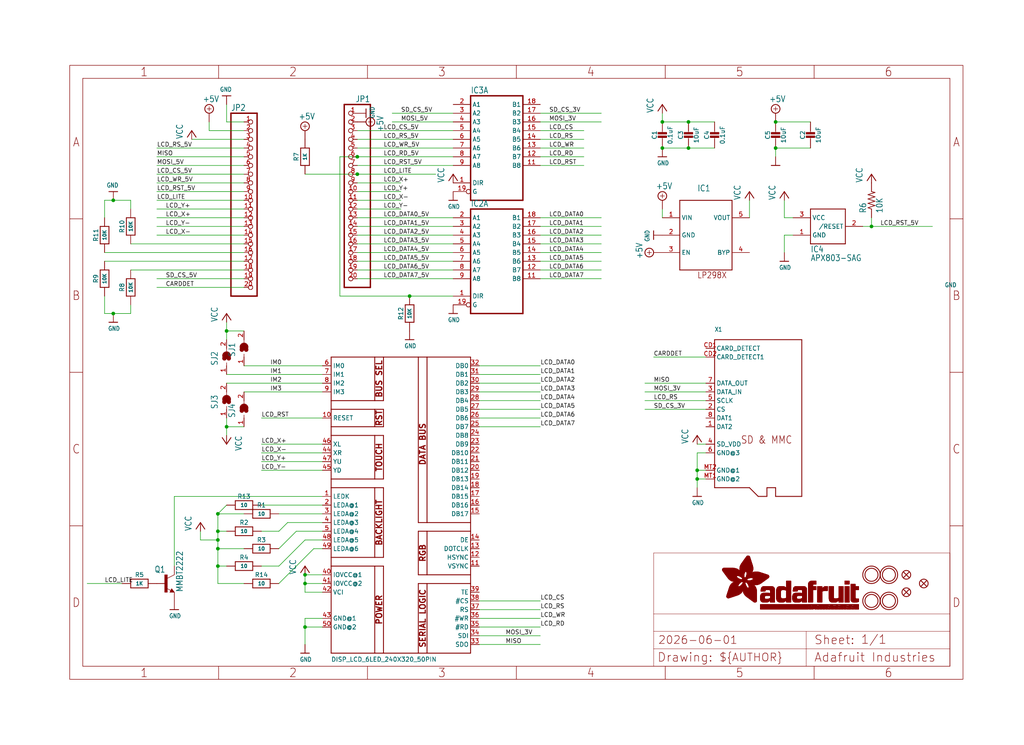
<source format=kicad_sch>
(kicad_sch (version 20230121) (generator eeschema)
  (paper "User" 298.45 217.322)
  (lib_symbols
    (symbol "working-eagle-import:+5V" (power)
      (property "Value" "+5V" (at -1.905 3.175 0))
      (symbol "+5V_1_0"
        (pin power_in line (at 0 -2.54 90) (length 2.54) (name "+5V") (number "1"))
      )
    )
    (symbol "working-eagle-import:-NPN-SOT23-BEC"
      (property "Reference" "T" (at -10.16 7.62 0))
      (symbol "-NPN-SOT23-BEC_1_0"
        (pin passive line (at -2.54 0 0) (length 2.54) (name "B") (number "B"))
        (pin passive line (at 2.54 5.08 270) (length 2.54) (name "C") (number "C"))
        (pin passive line (at 2.54 -5.08 90) (length 2.54) (name "E") (number "E"))
      )
    )
    (symbol "working-eagle-import:74245DW"
      (property "Reference" "IC" (at -0.635 -0.635 0))
      (symbol "74245DW_1_0"
        (pin input line (at -12.7 -10.16 0) (length 5.08) (name "DIR") (number "1"))
        (pin bidirectional line (at 12.7 -5.08 180) (length 5.08) (name "B8") (number "11"))
        (pin bidirectional line (at 12.7 -2.54 180) (length 5.08) (name "B7") (number "12"))
        (pin bidirectional line (at 12.7 0 180) (length 5.08) (name "B6") (number "13"))
        (pin bidirectional line (at 12.7 2.54 180) (length 5.08) (name "B5") (number "14"))
        (pin bidirectional line (at 12.7 5.08 180) (length 5.08) (name "B4") (number "15"))
        (pin bidirectional line (at 12.7 7.62 180) (length 5.08) (name "B3") (number "16"))
        (pin bidirectional line (at 12.7 10.16 180) (length 5.08) (name "B2") (number "17"))
        (pin bidirectional line (at 12.7 12.7 180) (length 5.08) (name "B1") (number "18"))
        (pin input inverted (at -12.7 -12.7 0) (length 5.08) (name "G") (number "19"))
        (pin bidirectional line (at -12.7 12.7 0) (length 5.08) (name "A1") (number "2"))
        (pin bidirectional line (at -12.7 10.16 0) (length 5.08) (name "A2") (number "3"))
        (pin bidirectional line (at -12.7 7.62 0) (length 5.08) (name "A3") (number "4"))
        (pin bidirectional line (at -12.7 5.08 0) (length 5.08) (name "A4") (number "5"))
        (pin bidirectional line (at -12.7 2.54 0) (length 5.08) (name "A5") (number "6"))
        (pin bidirectional line (at -12.7 0 0) (length 5.08) (name "A6") (number "7"))
        (pin bidirectional line (at -12.7 -2.54 0) (length 5.08) (name "A7") (number "8"))
        (pin bidirectional line (at -12.7 -5.08 0) (length 5.08) (name "A8") (number "9"))
      )
      (symbol "74245DW_2_0"
        (text "GND" (at 1.905 -5.842 900) (effects (font (size 1.27 1.0795)) (justify left bottom)))
        (text "VCC" (at 1.905 2.54 900) (effects (font (size 1.27 1.0795)) (justify left bottom)))
        (pin power_in line (at 0 -7.62 90) (length 5.08) (name "GND") (number "10"))
        (pin power_in line (at 0 7.62 270) (length 5.08) (name "VCC") (number "20"))
      )
    )
    (symbol "working-eagle-import:AXP083-SAG"
      (property "Reference" "IC" (at -5.08 -7.62 0))
      (symbol "AXP083-SAG_1_0"
        (pin power_in line (at -10.16 -2.54 0) (length 5.08) (name "GND") (number "1"))
        (pin output line (at 10.16 0 180) (length 5.08) (name "/RESET") (number "2"))
        (pin power_in line (at -10.16 2.54 0) (length 5.08) (name "VCC") (number "3"))
      )
    )
    (symbol "working-eagle-import:CAP_CERAMIC0805-NOOUTLINE"
      (property "Reference" "C" (at -2.29 1.25 90))
      (symbol "CAP_CERAMIC0805-NOOUTLINE_1_0"
        (pin passive line (at 0 5.08 270) (length 2.54) (name "1") (number "1"))
        (pin passive line (at 0 -2.54 90) (length 2.54) (name "2") (number "2"))
      )
    )
    (symbol "working-eagle-import:DISP_LCD_6LED_240X320_50PIN"
      (symbol "DISP_LCD_6LED_240X320_50PIN_1_0"
        (text "BACKLIGHT" (at -6.35 -7.62 900) (effects (font (size 1.6764 1.6764) (thickness 0.3353) bold)))
        (text "BUS SEL" (at -6.35 34.29 900) (effects (font (size 1.6764 1.6764) (thickness 0.3353) bold)))
        (text "DATA BUS" (at 6.35 15.24 900) (effects (font (size 1.6764 1.6764) (thickness 0.3353) bold)))
        (text "POWER" (at -6.35 -33.02 900) (effects (font (size 1.6764 1.6764) (thickness 0.3353) bold)))
        (text "RGB" (at 6.35 -16.51 900) (effects (font (size 1.6764 1.6764) (thickness 0.3353) bold)))
        (text "RST" (at -6.35 22.86 900) (effects (font (size 1.6764 1.6764) (thickness 0.3353) bold)))
        (text "SERIAL LOGIC" (at 6.35 -35.56 900) (effects (font (size 1.6764 1.6764) (thickness 0.3353) bold)))
        (text "TOUCH" (at -6.35 11.43 900) (effects (font (size 1.6764 1.6764) (thickness 0.3353) bold)))
        (pin bidirectional line (at -22.86 0 0) (length 2.54) (name "LEDK") (number "1"))
        (pin bidirectional line (at -22.86 22.86 0) (length 2.54) (name "RESET") (number "10"))
        (pin bidirectional line (at 22.86 -20.32 180) (length 2.54) (name "VSYNC") (number "11"))
        (pin bidirectional line (at 22.86 -17.78 180) (length 2.54) (name "HSYNC") (number "12"))
        (pin bidirectional line (at 22.86 -15.24 180) (length 2.54) (name "DOTCLK") (number "13"))
        (pin bidirectional line (at 22.86 -12.7 180) (length 2.54) (name "DE") (number "14"))
        (pin bidirectional line (at 22.86 -5.08 180) (length 2.54) (name "DB17") (number "15"))
        (pin bidirectional line (at 22.86 -2.54 180) (length 2.54) (name "DB16") (number "16"))
        (pin bidirectional line (at 22.86 0 180) (length 2.54) (name "DB15") (number "17"))
        (pin bidirectional line (at 22.86 2.54 180) (length 2.54) (name "DB14") (number "18"))
        (pin bidirectional line (at 22.86 5.08 180) (length 2.54) (name "DB13") (number "19"))
        (pin bidirectional line (at -22.86 -2.54 0) (length 2.54) (name "LEDA@1") (number "2"))
        (pin bidirectional line (at 22.86 7.62 180) (length 2.54) (name "DB12") (number "20"))
        (pin bidirectional line (at 22.86 10.16 180) (length 2.54) (name "DB11") (number "21"))
        (pin bidirectional line (at 22.86 12.7 180) (length 2.54) (name "DB10") (number "22"))
        (pin bidirectional line (at 22.86 15.24 180) (length 2.54) (name "DB9") (number "23"))
        (pin bidirectional line (at 22.86 17.78 180) (length 2.54) (name "DB8") (number "24"))
        (pin bidirectional line (at 22.86 20.32 180) (length 2.54) (name "DB7") (number "25"))
        (pin bidirectional line (at 22.86 22.86 180) (length 2.54) (name "DB6") (number "26"))
        (pin bidirectional line (at 22.86 25.4 180) (length 2.54) (name "DB5") (number "27"))
        (pin bidirectional line (at 22.86 27.94 180) (length 2.54) (name "DB4") (number "28"))
        (pin bidirectional line (at 22.86 30.48 180) (length 2.54) (name "DB3") (number "29"))
        (pin bidirectional line (at -22.86 -5.08 0) (length 2.54) (name "LEDA@2") (number "3"))
        (pin bidirectional line (at 22.86 33.02 180) (length 2.54) (name "DB2") (number "30"))
        (pin bidirectional line (at 22.86 35.56 180) (length 2.54) (name "DB1") (number "31"))
        (pin bidirectional line (at 22.86 38.1 180) (length 2.54) (name "DB0") (number "32"))
        (pin bidirectional line (at 22.86 -43.18 180) (length 2.54) (name "SDO") (number "33"))
        (pin bidirectional line (at 22.86 -40.64 180) (length 2.54) (name "SDI") (number "34"))
        (pin bidirectional line (at 22.86 -38.1 180) (length 2.54) (name "#RD") (number "35"))
        (pin bidirectional line (at 22.86 -35.56 180) (length 2.54) (name "#WR") (number "36"))
        (pin bidirectional line (at 22.86 -33.02 180) (length 2.54) (name "RS") (number "37"))
        (pin bidirectional line (at 22.86 -30.48 180) (length 2.54) (name "#CS") (number "38"))
        (pin bidirectional line (at 22.86 -27.94 180) (length 2.54) (name "TE") (number "39"))
        (pin bidirectional line (at -22.86 -7.62 0) (length 2.54) (name "LEDA@3") (number "4"))
        (pin bidirectional line (at -22.86 -22.86 0) (length 2.54) (name "IOVCC@1") (number "40"))
        (pin bidirectional line (at -22.86 -25.4 0) (length 2.54) (name "IOVCC@2") (number "41"))
        (pin bidirectional line (at -22.86 -27.94 0) (length 2.54) (name "VCI") (number "42"))
        (pin bidirectional line (at -22.86 -35.56 0) (length 2.54) (name "GND@1") (number "43"))
        (pin bidirectional line (at -22.86 12.7 0) (length 2.54) (name "XR") (number "44"))
        (pin bidirectional line (at -22.86 7.62 0) (length 2.54) (name "YD") (number "45"))
        (pin bidirectional line (at -22.86 15.24 0) (length 2.54) (name "XL") (number "46"))
        (pin bidirectional line (at -22.86 10.16 0) (length 2.54) (name "YU") (number "47"))
        (pin bidirectional line (at -22.86 -12.7 0) (length 2.54) (name "LEDA@5") (number "48"))
        (pin bidirectional line (at -22.86 -15.24 0) (length 2.54) (name "LEDA@6") (number "49"))
        (pin bidirectional line (at -22.86 -10.16 0) (length 2.54) (name "LEDA@4") (number "5"))
        (pin bidirectional line (at -22.86 -38.1 0) (length 2.54) (name "GND@2") (number "50"))
        (pin bidirectional line (at -22.86 38.1 0) (length 2.54) (name "IM0") (number "6"))
        (pin bidirectional line (at -22.86 35.56 0) (length 2.54) (name "IM1") (number "7"))
        (pin bidirectional line (at -22.86 33.02 0) (length 2.54) (name "IM2") (number "8"))
        (pin bidirectional line (at -22.86 30.48 0) (length 2.54) (name "IM3") (number "9"))
      )
    )
    (symbol "working-eagle-import:FIDUCIAL{dblquote}{dblquote}")
    (symbol "working-eagle-import:FRAME_A4_ADAFRUIT"
      (symbol "FRAME_A4_ADAFRUIT_1_0"
        (text "${#}/${##}" (at 230.505 10.16 0) (effects (font (size 2.54 2.54)) (justify left bottom)))
        (text "${AUTHOR}" (at 189.23 5.08 0) (effects (font (size 2.286 2.286)) (justify left bottom)))
        (text "${CURRENT_DATE}" (at 171.45 10.16 0) (effects (font (size 2.286 2.286)) (justify left bottom)))
        (text "${PROJECTNAME}" (at 171.45 15.24 0) (effects (font (size 2.54 2.54)) (justify left bottom)))
        (text "1" (at 21.6958 1.905 0) (effects (font (size 2.54 2.286))))
        (text "1" (at 21.6958 177.165 0) (effects (font (size 2.54 2.286))))
        (text "2" (at 65.0875 1.905 0) (effects (font (size 2.54 2.286))))
        (text "2" (at 65.0875 177.165 0) (effects (font (size 2.54 2.286))))
        (text "3" (at 108.4792 1.905 0) (effects (font (size 2.54 2.286))))
        (text "3" (at 108.4792 177.165 0) (effects (font (size 2.54 2.286))))
        (text "4" (at 151.8708 1.905 0) (effects (font (size 2.54 2.286))))
        (text "4" (at 151.8708 177.165 0) (effects (font (size 2.54 2.286))))
        (text "5" (at 195.2625 1.905 0) (effects (font (size 2.54 2.286))))
        (text "5" (at 195.2625 177.165 0) (effects (font (size 2.54 2.286))))
        (text "6" (at 238.6542 1.905 0) (effects (font (size 2.54 2.286))))
        (text "6" (at 238.6542 177.165 0) (effects (font (size 2.54 2.286))))
        (text "A" (at 1.905 156.6863 0) (effects (font (size 2.54 2.286))))
        (text "A" (at 258.445 156.6863 0) (effects (font (size 2.54 2.286))))
        (text "Adafruit Industries" (at 216.916 4.953 0) (effects (font (size 2.54 2.54)) (justify left bottom)))
        (text "B" (at 1.905 111.9188 0) (effects (font (size 2.54 2.286))))
        (text "B" (at 258.445 111.9188 0) (effects (font (size 2.54 2.286))))
        (text "C" (at 1.905 67.1513 0) (effects (font (size 2.54 2.286))))
        (text "C" (at 258.445 67.1513 0) (effects (font (size 2.54 2.286))))
        (text "D" (at 1.905 22.3838 0) (effects (font (size 2.54 2.286))))
        (text "D" (at 258.445 22.3838 0) (effects (font (size 2.54 2.286))))
        (text "Drawing:" (at 171.196 4.953 0) (effects (font (size 2.54 2.54)) (justify left bottom)))
        (text "Sheet:" (at 216.916 10.033 0) (effects (font (size 2.54 2.54)) (justify left bottom)))
      )
    )
    (symbol "working-eagle-import:GND" (power)
      (property "Value" "GND" (at -1.524 -2.54 0))
      (symbol "GND_1_0"
        (pin power_in line (at 0 2.54 270) (length 2.54) (name "GND") (number "1"))
      )
    )
    (symbol "working-eagle-import:HEADER-1X20ROUND"
      (property "Reference" "JP" (at -6.35 26.035 0))
      (symbol "HEADER-1X20ROUND_1_0"
        (pin passive inverted (at -2.54 22.86 0) (length 2.54) (name "1") (number "1"))
        (pin passive inverted (at -2.54 0 0) (length 2.54) (name "10") (number "10"))
        (pin passive inverted (at -2.54 -2.54 0) (length 2.54) (name "11") (number "11"))
        (pin passive inverted (at -2.54 -5.08 0) (length 2.54) (name "12") (number "12"))
        (pin passive inverted (at -2.54 -7.62 0) (length 2.54) (name "13") (number "13"))
        (pin passive inverted (at -2.54 -10.16 0) (length 2.54) (name "14") (number "14"))
        (pin passive inverted (at -2.54 -12.7 0) (length 2.54) (name "15") (number "15"))
        (pin passive inverted (at -2.54 -15.24 0) (length 2.54) (name "16") (number "16"))
        (pin passive inverted (at -2.54 -17.78 0) (length 2.54) (name "17") (number "17"))
        (pin passive inverted (at -2.54 -20.32 0) (length 2.54) (name "18") (number "18"))
        (pin passive inverted (at -2.54 -22.86 0) (length 2.54) (name "19") (number "19"))
        (pin passive inverted (at -2.54 20.32 0) (length 2.54) (name "2") (number "2"))
        (pin passive inverted (at -2.54 -25.4 0) (length 2.54) (name "20") (number "20"))
        (pin passive inverted (at -2.54 17.78 0) (length 2.54) (name "3") (number "3"))
        (pin passive inverted (at -2.54 15.24 0) (length 2.54) (name "4") (number "4"))
        (pin passive inverted (at -2.54 12.7 0) (length 2.54) (name "5") (number "5"))
        (pin passive inverted (at -2.54 10.16 0) (length 2.54) (name "6") (number "6"))
        (pin passive inverted (at -2.54 7.62 0) (length 2.54) (name "7") (number "7"))
        (pin passive inverted (at -2.54 5.08 0) (length 2.54) (name "8") (number "8"))
        (pin passive inverted (at -2.54 2.54 0) (length 2.54) (name "9") (number "9"))
      )
    )
    (symbol "working-eagle-import:LP298XS"
      (property "Reference" "IC" (at -12.7 -5.08 90))
      (symbol "LP298XS_1_0"
        (text "LP298X" (at 12.7 -5.08 900) (effects (font (size 1.778 1.5113)) (justify left bottom)))
        (pin bidirectional line (at -5.08 -15.24 90) (length 5.08) (name "VIN") (number "1"))
        (pin bidirectional line (at 0 -15.24 90) (length 5.08) (name "GND") (number "2"))
        (pin bidirectional line (at 5.08 -15.24 90) (length 5.08) (name "EN") (number "3"))
        (pin bidirectional line (at 5.08 10.16 270) (length 5.08) (name "BYP") (number "4"))
        (pin bidirectional line (at -5.08 10.16 270) (length 5.08) (name "VOUT") (number "5"))
      )
    )
    (symbol "working-eagle-import:MICROSD"
      (property "Reference" "X" (at -12.7 22.606 0))
      (symbol "MICROSD_1_0"
        (text "SD & MMC" (at -5.08 -10.16 0) (effects (font (size 2.1844 1.8567)) (justify left bottom)))
        (pin bidirectional line (at -15.24 -5.08 0) (length 2.54) (name "DAT2") (number "1"))
        (pin input line (at -15.24 0 0) (length 2.54) (name "CS") (number "2"))
        (pin input line (at -15.24 5.08 0) (length 2.54) (name "DATA_IN") (number "3"))
        (pin power_in line (at -15.24 -10.16 0) (length 2.54) (name "SD_VDD") (number "4"))
        (pin input line (at -15.24 2.54 0) (length 2.54) (name "SCLK") (number "5"))
        (pin power_in line (at -15.24 -12.7 0) (length 2.54) (name "GND@3") (number "6"))
        (pin output line (at -15.24 7.62 0) (length 2.54) (name "DATA_OUT") (number "7"))
        (pin bidirectional line (at -15.24 -2.54 0) (length 2.54) (name "DAT1") (number "8"))
        (pin passive line (at -15.24 17.78 0) (length 2.54) (name "CARD_DETECT") (number "CD1"))
        (pin passive line (at -15.24 15.24 0) (length 2.54) (name "CARD_DETECT1") (number "CD2"))
        (pin power_in line (at -15.24 -20.32 0) (length 2.54) (name "GND@2") (number "MT1"))
        (pin power_in line (at -15.24 -17.78 0) (length 2.54) (name "GND@1") (number "MT2"))
      )
    )
    (symbol "working-eagle-import:MOUNTINGHOLE3.0THIN")
    (symbol "working-eagle-import:R-US_R0805"
      (property "Reference" "R" (at -3.81 1.4986 0))
      (symbol "R-US_R0805_1_0"
        (pin passive line (at -5.08 0 0) (length 2.54) (name "1") (number "1"))
        (pin passive line (at 5.08 0 180) (length 2.54) (name "2") (number "2"))
      )
    )
    (symbol "working-eagle-import:RESISTOR0805_NOOUTLINE"
      (property "Reference" "R" (at 0 2.54 0))
      (symbol "RESISTOR0805_NOOUTLINE_1_0"
        (pin passive line (at -5.08 0 0) (length 2.54) (name "1") (number "1"))
        (pin passive line (at 5.08 0 180) (length 2.54) (name "2") (number "2"))
      )
    )
    (symbol "working-eagle-import:SOLDERJUMPER"
      (property "Reference" "SJ" (at -2.54 2.54 0))
      (symbol "SOLDERJUMPER_1_0"
        (pin passive line (at -5.08 0 0) (length 2.54) (name "1") (number "1"))
        (pin passive line (at 5.08 0 180) (length 2.54) (name "2") (number "2"))
      )
    )
    (symbol "working-eagle-import:VCC" (power)
      (property "Value" "VCC" (at -2.54 -2.54 90))
      (symbol "VCC_1_0"
        (pin power_in line (at 0 -2.54 90) (length 2.54) (name "VCC") (number "1"))
      )
    )
  )
  (junction (at 254 66.04))
  (junction (at 226.06 35.56))
  (junction (at 88.9 167.64))
  (junction (at 203.2 137.16))
  (junction (at 66.04 96.52))
  (junction (at 88.9 170.18))
  (junction (at 200.66 35.56))
  (junction (at 119.38 86.36))
  (junction (at 63.5 165.1))
  (junction (at 193.04 35.56))
  (junction (at 193.04 43.18))
  (junction (at 88.9 182.88))
  (junction (at 63.5 149.86))
  (junction (at 66.04 124.46))
  (junction (at 203.2 139.7))
  (junction (at 200.66 43.18))
  (junction (at 63.5 160.02))
  (junction (at 104.14 50.8))
  (junction (at 226.06 43.18))
  (junction (at 63.5 157.48))
  (junction (at 104.14 45.72))
  (junction (at 63.5 154.94))
  (junction (at 33.02 58.42))
  (junction (at 33.02 91.44))
  (wire (pts (xy 157.48 45.72) (xy 170.18 45.72)) (stroke (width 0.1524)))
  (wire (pts (xy 55.88 40.64) (xy 71.12 40.64)) (stroke (width 0.1524)))
  (wire (pts (xy 104.14 60.96) (xy 116.84 60.96)) (stroke (width 0.1524)))
  (wire (pts (xy 81.28 149.86) (xy 93.98 149.86)) (stroke (width 0.1524)))
  (wire (pts (xy 104.14 38.1) (xy 132.08 38.1)) (stroke (width 0.1524)))
  (wire (pts (xy 93.98 172.72) (xy 88.9 172.72)) (stroke (width 0.1524)))
  (wire (pts (xy 76.2 154.94) (xy 81.28 154.94)) (stroke (width 0.1524)))
  (wire (pts (xy 208.28 43.18) (xy 200.66 43.18)) (stroke (width 0.1524)))
  (wire (pts (xy 132.08 63.5) (xy 104.14 63.5)) (stroke (width 0.1524)))
  (wire (pts (xy 104.14 40.64) (xy 132.08 40.64)) (stroke (width 0.1524)))
  (wire (pts (xy 71.12 78.74) (xy 38.1 78.74)) (stroke (width 0.1524)))
  (wire (pts (xy 66.04 124.46) (xy 66.04 121.92)) (stroke (width 0.1524)))
  (wire (pts (xy 38.1 91.44) (xy 38.1 88.9)) (stroke (width 0.1524)))
  (wire (pts (xy 205.74 132.08) (xy 203.2 132.08)) (stroke (width 0.1524)))
  (wire (pts (xy 139.7 121.92) (xy 157.48 121.92)) (stroke (width 0.1524)))
  (wire (pts (xy 114.3 33.02) (xy 132.08 33.02)) (stroke (width 0.1524)))
  (wire (pts (xy 66.04 165.1) (xy 63.5 165.1)) (stroke (width 0.1524)))
  (wire (pts (xy 139.7 182.88) (xy 157.48 182.88)) (stroke (width 0.1524)))
  (wire (pts (xy 205.74 129.54) (xy 203.2 129.54)) (stroke (width 0.1524)))
  (wire (pts (xy 226.06 43.18) (xy 236.22 43.18)) (stroke (width 0.1524)))
  (wire (pts (xy 157.48 33.02) (xy 175.26 33.02)) (stroke (width 0.1524)))
  (wire (pts (xy 66.04 93.98) (xy 66.04 96.52)) (stroke (width 0.1524)))
  (wire (pts (xy 63.5 154.94) (xy 63.5 149.86)) (stroke (width 0.1524)))
  (wire (pts (xy 63.5 170.18) (xy 71.12 170.18)) (stroke (width 0.1524)))
  (wire (pts (xy 88.9 167.64) (xy 88.9 170.18)) (stroke (width 0.1524)))
  (wire (pts (xy 205.74 116.84) (xy 187.96 116.84)) (stroke (width 0.1524)))
  (wire (pts (xy 132.08 68.58) (xy 104.14 68.58)) (stroke (width 0.1524)))
  (wire (pts (xy 63.5 157.48) (xy 63.5 154.94)) (stroke (width 0.1524)))
  (wire (pts (xy 66.04 96.52) (xy 71.12 96.52)) (stroke (width 0.1524)))
  (wire (pts (xy 86.36 154.94) (xy 93.98 154.94)) (stroke (width 0.1524)))
  (wire (pts (xy 63.5 149.86) (xy 71.12 149.86)) (stroke (width 0.1524)))
  (wire (pts (xy 66.04 147.32) (xy 63.5 149.86)) (stroke (width 0.1524)))
  (wire (pts (xy 50.8 144.78) (xy 93.98 144.78)) (stroke (width 0.1524)))
  (wire (pts (xy 81.28 160.02) (xy 86.36 154.94)) (stroke (width 0.1524)))
  (wire (pts (xy 157.48 48.26) (xy 170.18 48.26)) (stroke (width 0.1524)))
  (wire (pts (xy 203.2 132.08) (xy 203.2 137.16)) (stroke (width 0.1524)))
  (wire (pts (xy 254 63.5) (xy 254 66.04)) (stroke (width 0.1524)))
  (wire (pts (xy 93.98 129.54) (xy 76.2 129.54)) (stroke (width 0.1524)))
  (wire (pts (xy 71.12 66.04) (xy 45.72 66.04)) (stroke (width 0.1524)))
  (wire (pts (xy 38.1 58.42) (xy 33.02 58.42)) (stroke (width 0.1524)))
  (wire (pts (xy 187.96 111.76) (xy 205.74 111.76)) (stroke (width 0.1524)))
  (wire (pts (xy 175.26 63.5) (xy 157.48 63.5)) (stroke (width 0.1524)))
  (wire (pts (xy 99.06 86.36) (xy 99.06 45.72)) (stroke (width 0.1524)))
  (wire (pts (xy 193.04 33.02) (xy 193.04 35.56)) (stroke (width 0.1524)))
  (wire (pts (xy 228.6 73.66) (xy 228.6 68.58)) (stroke (width 0.1524)))
  (wire (pts (xy 93.98 134.62) (xy 76.2 134.62)) (stroke (width 0.1524)))
  (wire (pts (xy 71.12 63.5) (xy 45.72 63.5)) (stroke (width 0.1524)))
  (wire (pts (xy 132.08 76.2) (xy 104.14 76.2)) (stroke (width 0.1524)))
  (wire (pts (xy 139.7 124.46) (xy 157.48 124.46)) (stroke (width 0.1524)))
  (wire (pts (xy 81.28 154.94) (xy 83.82 152.4)) (stroke (width 0.1524)))
  (wire (pts (xy 205.74 139.7) (xy 203.2 139.7)) (stroke (width 0.1524)))
  (wire (pts (xy 200.66 35.56) (xy 193.04 35.56)) (stroke (width 0.1524)))
  (wire (pts (xy 157.48 40.64) (xy 170.18 40.64)) (stroke (width 0.1524)))
  (wire (pts (xy 88.9 182.88) (xy 88.9 187.96)) (stroke (width 0.1524)))
  (wire (pts (xy 88.9 180.34) (xy 88.9 182.88)) (stroke (width 0.1524)))
  (wire (pts (xy 38.1 71.12) (xy 71.12 71.12)) (stroke (width 0.1524)))
  (wire (pts (xy 71.12 83.82) (xy 45.72 83.82)) (stroke (width 0.1524)))
  (wire (pts (xy 104.14 50.8) (xy 127 50.8)) (stroke (width 0.1524)))
  (wire (pts (xy 193.04 43.18) (xy 200.66 43.18)) (stroke (width 0.1524)))
  (wire (pts (xy 93.98 137.16) (xy 76.2 137.16)) (stroke (width 0.1524)))
  (wire (pts (xy 139.7 177.8) (xy 157.48 177.8)) (stroke (width 0.1524)))
  (wire (pts (xy 104.14 45.72) (xy 99.06 45.72)) (stroke (width 0.1524)))
  (wire (pts (xy 205.74 114.3) (xy 187.96 114.3)) (stroke (width 0.1524)))
  (wire (pts (xy 63.5 165.1) (xy 63.5 170.18)) (stroke (width 0.1524)))
  (wire (pts (xy 76.2 165.1) (xy 81.28 165.1)) (stroke (width 0.1524)))
  (wire (pts (xy 104.14 53.34) (xy 116.84 53.34)) (stroke (width 0.1524)))
  (wire (pts (xy 93.98 167.64) (xy 88.9 167.64)) (stroke (width 0.1524)))
  (wire (pts (xy 81.28 165.1) (xy 88.9 157.48)) (stroke (width 0.1524)))
  (wire (pts (xy 200.66 35.56) (xy 208.28 35.56)) (stroke (width 0.1524)))
  (wire (pts (xy 45.72 43.18) (xy 71.12 43.18)) (stroke (width 0.1524)))
  (wire (pts (xy 203.2 139.7) (xy 203.2 137.16)) (stroke (width 0.1524)))
  (wire (pts (xy 218.44 58.42) (xy 218.44 63.5)) (stroke (width 0.1524)))
  (wire (pts (xy 231.14 63.5) (xy 228.6 63.5)) (stroke (width 0.1524)))
  (wire (pts (xy 71.12 60.96) (xy 45.72 60.96)) (stroke (width 0.1524)))
  (wire (pts (xy 175.26 66.04) (xy 157.48 66.04)) (stroke (width 0.1524)))
  (wire (pts (xy 132.08 71.12) (xy 104.14 71.12)) (stroke (width 0.1524)))
  (wire (pts (xy 139.7 187.96) (xy 157.48 187.96)) (stroke (width 0.1524)))
  (wire (pts (xy 66.04 35.56) (xy 66.04 30.48)) (stroke (width 0.1524)))
  (wire (pts (xy 71.12 58.42) (xy 45.72 58.42)) (stroke (width 0.1524)))
  (wire (pts (xy 45.72 45.72) (xy 71.12 45.72)) (stroke (width 0.1524)))
  (wire (pts (xy 93.98 114.3) (xy 71.12 114.3)) (stroke (width 0.1524)))
  (wire (pts (xy 226.06 45.72) (xy 226.06 43.18)) (stroke (width 0.1524)))
  (wire (pts (xy 76.2 121.92) (xy 93.98 121.92)) (stroke (width 0.1524)))
  (wire (pts (xy 71.12 35.56) (xy 66.04 35.56)) (stroke (width 0.1524)))
  (wire (pts (xy 139.7 114.3) (xy 157.48 114.3)) (stroke (width 0.1524)))
  (wire (pts (xy 139.7 116.84) (xy 157.48 116.84)) (stroke (width 0.1524)))
  (wire (pts (xy 71.12 124.46) (xy 66.04 124.46)) (stroke (width 0.1524)))
  (wire (pts (xy 30.48 86.36) (xy 30.48 91.44)) (stroke (width 0.1524)))
  (wire (pts (xy 139.7 119.38) (xy 157.48 119.38)) (stroke (width 0.1524)))
  (wire (pts (xy 132.08 78.74) (xy 104.14 78.74)) (stroke (width 0.1524)))
  (wire (pts (xy 175.26 81.28) (xy 157.48 81.28)) (stroke (width 0.1524)))
  (wire (pts (xy 88.9 170.18) (xy 93.98 170.18)) (stroke (width 0.1524)))
  (wire (pts (xy 226.06 35.56) (xy 236.22 35.56)) (stroke (width 0.1524)))
  (wire (pts (xy 63.5 165.1) (xy 63.5 160.02)) (stroke (width 0.1524)))
  (wire (pts (xy 30.48 73.66) (xy 71.12 73.66)) (stroke (width 0.1524)))
  (wire (pts (xy 88.9 157.48) (xy 93.98 157.48)) (stroke (width 0.1524)))
  (wire (pts (xy 132.08 66.04) (xy 104.14 66.04)) (stroke (width 0.1524)))
  (wire (pts (xy 33.02 58.42) (xy 30.48 58.42)) (stroke (width 0.1524)))
  (wire (pts (xy 187.96 119.38) (xy 205.74 119.38)) (stroke (width 0.1524)))
  (wire (pts (xy 104.14 58.42) (xy 116.84 58.42)) (stroke (width 0.1524)))
  (wire (pts (xy 93.98 182.88) (xy 88.9 182.88)) (stroke (width 0.1524)))
  (wire (pts (xy 66.04 154.94) (xy 63.5 154.94)) (stroke (width 0.1524)))
  (wire (pts (xy 139.7 111.76) (xy 157.48 111.76)) (stroke (width 0.1524)))
  (wire (pts (xy 132.08 35.56) (xy 114.3 35.56)) (stroke (width 0.1524)))
  (wire (pts (xy 104.14 50.8) (xy 88.9 50.8)) (stroke (width 0.1524)))
  (wire (pts (xy 193.04 60.96) (xy 193.04 63.5)) (stroke (width 0.1524)))
  (wire (pts (xy 251.46 66.04) (xy 254 66.04)) (stroke (width 0.1524)))
  (wire (pts (xy 139.7 106.68) (xy 157.48 106.68)) (stroke (width 0.1524)))
  (wire (pts (xy 81.28 170.18) (xy 91.44 160.02)) (stroke (width 0.1524)))
  (wire (pts (xy 71.12 48.26) (xy 45.72 48.26)) (stroke (width 0.1524)))
  (wire (pts (xy 58.42 157.48) (xy 63.5 157.48)) (stroke (width 0.1524)))
  (wire (pts (xy 175.26 71.12) (xy 157.48 71.12)) (stroke (width 0.1524)))
  (wire (pts (xy 175.26 73.66) (xy 157.48 73.66)) (stroke (width 0.1524)))
  (wire (pts (xy 175.26 76.2) (xy 157.48 76.2)) (stroke (width 0.1524)))
  (wire (pts (xy 45.72 53.34) (xy 71.12 53.34)) (stroke (width 0.1524)))
  (wire (pts (xy 83.82 152.4) (xy 93.98 152.4)) (stroke (width 0.1524)))
  (wire (pts (xy 45.72 50.8) (xy 71.12 50.8)) (stroke (width 0.1524)))
  (wire (pts (xy 33.02 91.44) (xy 38.1 91.44)) (stroke (width 0.1524)))
  (wire (pts (xy 175.26 78.74) (xy 157.48 78.74)) (stroke (width 0.1524)))
  (wire (pts (xy 119.38 86.36) (xy 99.06 86.36)) (stroke (width 0.1524)))
  (wire (pts (xy 30.48 58.42) (xy 30.48 63.5)) (stroke (width 0.1524)))
  (wire (pts (xy 104.14 43.18) (xy 132.08 43.18)) (stroke (width 0.1524)))
  (wire (pts (xy 132.08 73.66) (xy 104.14 73.66)) (stroke (width 0.1524)))
  (wire (pts (xy 203.2 137.16) (xy 205.74 137.16)) (stroke (width 0.1524)))
  (wire (pts (xy 71.12 68.58) (xy 45.72 68.58)) (stroke (width 0.1524)))
  (wire (pts (xy 66.04 127) (xy 66.04 124.46)) (stroke (width 0.1524)))
  (wire (pts (xy 35.56 170.18) (xy 25.4 170.18)) (stroke (width 0.1524)))
  (wire (pts (xy 228.6 63.5) (xy 228.6 58.42)) (stroke (width 0.1524)))
  (wire (pts (xy 66.04 99.06) (xy 66.04 96.52)) (stroke (width 0.1524)))
  (wire (pts (xy 104.14 48.26) (xy 132.08 48.26)) (stroke (width 0.1524)))
  (wire (pts (xy 93.98 111.76) (xy 66.04 111.76)) (stroke (width 0.1524)))
  (wire (pts (xy 30.48 76.2) (xy 71.12 76.2)) (stroke (width 0.1524)))
  (wire (pts (xy 60.96 38.1) (xy 60.96 35.56)) (stroke (width 0.1524)))
  (wire (pts (xy 30.48 91.44) (xy 33.02 91.44)) (stroke (width 0.1524)))
  (wire (pts (xy 71.12 38.1) (xy 60.96 38.1)) (stroke (width 0.1524)))
  (wire (pts (xy 91.44 160.02) (xy 93.98 160.02)) (stroke (width 0.1524)))
  (wire (pts (xy 157.48 38.1) (xy 170.18 38.1)) (stroke (width 0.1524)))
  (wire (pts (xy 63.5 160.02) (xy 63.5 157.48)) (stroke (width 0.1524)))
  (wire (pts (xy 205.74 104.14) (xy 190.5 104.14)) (stroke (width 0.1524)))
  (wire (pts (xy 175.26 68.58) (xy 157.48 68.58)) (stroke (width 0.1524)))
  (wire (pts (xy 66.04 109.22) (xy 93.98 109.22)) (stroke (width 0.1524)))
  (wire (pts (xy 254 66.04) (xy 271.78 66.04)) (stroke (width 0.1524)))
  (wire (pts (xy 139.7 175.26) (xy 157.48 175.26)) (stroke (width 0.1524)))
  (wire (pts (xy 93.98 132.08) (xy 76.2 132.08)) (stroke (width 0.1524)))
  (wire (pts (xy 139.7 109.22) (xy 157.48 109.22)) (stroke (width 0.1524)))
  (wire (pts (xy 139.7 180.34) (xy 157.48 180.34)) (stroke (width 0.1524)))
  (wire (pts (xy 139.7 185.42) (xy 157.48 185.42)) (stroke (width 0.1524)))
  (wire (pts (xy 157.48 35.56) (xy 175.26 35.56)) (stroke (width 0.1524)))
  (wire (pts (xy 76.2 147.32) (xy 93.98 147.32)) (stroke (width 0.1524)))
  (wire (pts (xy 45.72 55.88) (xy 71.12 55.88)) (stroke (width 0.1524)))
  (wire (pts (xy 157.48 43.18) (xy 170.18 43.18)) (stroke (width 0.1524)))
  (wire (pts (xy 63.5 160.02) (xy 71.12 160.02)) (stroke (width 0.1524)))
  (wire (pts (xy 104.14 45.72) (xy 132.08 45.72)) (stroke (width 0.1524)))
  (wire (pts (xy 132.08 86.36) (xy 119.38 86.36)) (stroke (width 0.1524)))
  (wire (pts (xy 132.08 81.28) (xy 104.14 81.28)) (stroke (width 0.1524)))
  (wire (pts (xy 50.8 165.1) (xy 50.8 144.78)) (stroke (width 0.1524)))
  (wire (pts (xy 93.98 106.68) (xy 71.12 106.68)) (stroke (width 0.1524)))
  (wire (pts (xy 203.2 139.7) (xy 203.2 142.24)) (stroke (width 0.1524)))
  (wire (pts (xy 88.9 172.72) (xy 88.9 170.18)) (stroke (width 0.1524)))
  (wire (pts (xy 58.42 154.94) (xy 58.42 157.48)) (stroke (width 0.1524)))
  (wire (pts (xy 38.1 60.96) (xy 38.1 58.42)) (stroke (width 0.1524)))
  (wire (pts (xy 93.98 180.34) (xy 88.9 180.34)) (stroke (width 0.1524)))
  (wire (pts (xy 104.14 55.88) (xy 116.84 55.88)) (stroke (width 0.1524)))
  (wire (pts (xy 228.6 68.58) (xy 231.14 68.58)) (stroke (width 0.1524)))
  (wire (pts (xy 45.72 81.28) (xy 71.12 81.28)) (stroke (width 0.1524)))
  (label "LCD_DATA7" (at 157.48 124.46 0) (effects (font (size 1.2446 1.2446))))
  (label "LCD_DATA5" (at 160.02 76.2 0) (effects (font (size 1.2446 1.2446))))
  (label "LCD_DATA2" (at 160.02 68.58 0) (effects (font (size 1.2446 1.2446))))
  (label "LCD_RST" (at 76.2 121.92 0) (effects (font (size 1.2446 1.2446))))
  (label "LCD_DATA4" (at 160.02 73.66 0) (effects (font (size 1.2446 1.2446))))
  (label "LCD_Y+" (at 48.26 60.96 0) (effects (font (size 1.2446 1.2446))))
  (label "LCD_DATA2_5V" (at 111.76 68.58 0) (effects (font (size 1.2446 1.2446))))
  (label "LCD_RST_5V" (at 256.54 66.04 0) (effects (font (size 1.2446 1.2446))))
  (label "LCD_DATA4_5V" (at 111.76 73.66 0) (effects (font (size 1.2446 1.2446))))
  (label "IM1" (at 78.74 109.22 0) (effects (font (size 1.2446 1.2446))))
  (label "LCD_X+" (at 48.26 63.5 0) (effects (font (size 1.2446 1.2446))))
  (label "LCD_CS" (at 160.02 38.1 0) (effects (font (size 1.2446 1.2446))))
  (label "LCD_DATA3_5V" (at 111.76 71.12 0) (effects (font (size 1.2446 1.2446))))
  (label "LCD_CS" (at 157.48 175.26 0) (effects (font (size 1.2446 1.2446))))
  (label "LCD_DATA3" (at 160.02 71.12 0) (effects (font (size 1.2446 1.2446))))
  (label "LCD_DATA6" (at 160.02 78.74 0) (effects (font (size 1.2446 1.2446))))
  (label "LCD_LITE" (at 111.76 50.8 0) (effects (font (size 1.2446 1.2446))))
  (label "LCD_X+" (at 76.2 129.54 0) (effects (font (size 1.2446 1.2446))))
  (label "MOSI_3V" (at 160.02 35.56 0) (effects (font (size 1.2446 1.2446))))
  (label "CARDDET" (at 48.26 83.82 0) (effects (font (size 1.2446 1.2446))))
  (label "LCD_RST" (at 160.02 48.26 0) (effects (font (size 1.2446 1.2446))))
  (label "MISO" (at 190.5 111.76 0) (effects (font (size 1.2446 1.2446))))
  (label "SD_CS_3V" (at 160.02 33.02 0) (effects (font (size 1.2446 1.2446))))
  (label "MOSI_3V" (at 147.32 185.42 0) (effects (font (size 1.2446 1.2446))))
  (label "LCD_LITE" (at 45.72 58.42 0) (effects (font (size 1.2446 1.2446))))
  (label "LCD_DATA7_5V" (at 111.76 81.28 0) (effects (font (size 1.2446 1.2446))))
  (label "SD_CS_3V" (at 190.5 119.38 0) (effects (font (size 1.2446 1.2446))))
  (label "LCD_DATA5" (at 157.48 119.38 0) (effects (font (size 1.2446 1.2446))))
  (label "LCD_X-" (at 111.76 58.42 0) (effects (font (size 1.2446 1.2446))))
  (label "LCD_DATA0" (at 160.02 63.5 0) (effects (font (size 1.2446 1.2446))))
  (label "LCD_X-" (at 76.2 132.08 0) (effects (font (size 1.2446 1.2446))))
  (label "LCD_RS_5V" (at 111.76 40.64 0) (effects (font (size 1.2446 1.2446))))
  (label "IM2" (at 78.74 111.76 0) (effects (font (size 1.2446 1.2446))))
  (label "LCD_DATA6_5V" (at 111.76 78.74 0) (effects (font (size 1.2446 1.2446))))
  (label "LCD_WR" (at 157.48 180.34 0) (effects (font (size 1.2446 1.2446))))
  (label "LCD_DATA1" (at 160.02 66.04 0) (effects (font (size 1.2446 1.2446))))
  (label "MISO" (at 147.32 187.96 0) (effects (font (size 1.2446 1.2446))))
  (label "LCD_WR_5V" (at 111.76 43.18 0) (effects (font (size 1.2446 1.2446))))
  (label "LCD_RS_5V" (at 45.72 43.18 0) (effects (font (size 1.2446 1.2446))))
  (label "LCD_CS_5V" (at 111.76 38.1 0) (effects (font (size 1.2446 1.2446))))
  (label "LCD_Y+" (at 111.76 55.88 0) (effects (font (size 1.2446 1.2446))))
  (label "MOSI_5V" (at 45.72 48.26 0) (effects (font (size 1.2446 1.2446))))
  (label "LCD_Y-" (at 111.76 60.96 0) (effects (font (size 1.2446 1.2446))))
  (label "LCD_LITE" (at 30.48 170.18 0) (effects (font (size 1.2446 1.2446))))
  (label "LCD_DATA1_5V" (at 111.76 66.04 0) (effects (font (size 1.2446 1.2446))))
  (label "LCD_RS" (at 190.5 116.84 0) (effects (font (size 1.2446 1.2446))))
  (label "LCD_CS_5V" (at 45.72 50.8 0) (effects (font (size 1.2446 1.2446))))
  (label "LCD_RD" (at 160.02 45.72 0) (effects (font (size 1.2446 1.2446))))
  (label "LCD_RS" (at 160.02 40.64 0) (effects (font (size 1.2446 1.2446))))
  (label "MISO" (at 45.72 45.72 0) (effects (font (size 1.2446 1.2446))))
  (label "LCD_DATA5_5V" (at 111.76 76.2 0) (effects (font (size 1.2446 1.2446))))
  (label "LCD_WR_5V" (at 45.72 53.34 0) (effects (font (size 1.2446 1.2446))))
  (label "LCD_Y+" (at 76.2 134.62 0) (effects (font (size 1.2446 1.2446))))
  (label "LCD_X+" (at 111.76 53.34 0) (effects (font (size 1.2446 1.2446))))
  (label "LCD_DATA0" (at 157.48 106.68 0) (effects (font (size 1.2446 1.2446))))
  (label "LCD_RST_5V" (at 45.72 55.88 0) (effects (font (size 1.2446 1.2446))))
  (label "LCD_Y-" (at 76.2 137.16 0) (effects (font (size 1.2446 1.2446))))
  (label "MOSI_5V" (at 116.84 35.56 0) (effects (font (size 1.2446 1.2446))))
  (label "LCD_Y-" (at 48.26 66.04 0) (effects (font (size 1.2446 1.2446))))
  (label "LCD_DATA6" (at 157.48 121.92 0) (effects (font (size 1.2446 1.2446))))
  (label "IM0" (at 78.74 106.68 0) (effects (font (size 1.2446 1.2446))))
  (label "LCD_WR" (at 160.02 43.18 0) (effects (font (size 1.2446 1.2446))))
  (label "IM3" (at 78.74 114.3 0) (effects (font (size 1.2446 1.2446))))
  (label "CARDDET" (at 190.5 104.14 0) (effects (font (size 1.2446 1.2446))))
  (label "SD_CS_5V" (at 48.26 81.28 0) (effects (font (size 1.2446 1.2446))))
  (label "LCD_RD" (at 157.48 182.88 0) (effects (font (size 1.2446 1.2446))))
  (label "LCD_DATA1" (at 157.48 109.22 0) (effects (font (size 1.2446 1.2446))))
  (label "LCD_DATA0_5V" (at 111.76 63.5 0) (effects (font (size 1.2446 1.2446))))
  (label "LCD_RD_5V" (at 111.76 45.72 0) (effects (font (size 1.2446 1.2446))))
  (label "LCD_DATA2" (at 157.48 111.76 0) (effects (font (size 1.2446 1.2446))))
  (label "LCD_DATA7" (at 160.02 81.28 0) (effects (font (size 1.2446 1.2446))))
  (label "LCD_RS" (at 157.48 177.8 0) (effects (font (size 1.2446 1.2446))))
  (label "LCD_DATA3" (at 157.48 114.3 0) (effects (font (size 1.2446 1.2446))))
  (label "MOSI_3V" (at 190.5 114.3 0) (effects (font (size 1.2446 1.2446))))
  (label "LCD_X-" (at 48.26 68.58 0) (effects (font (size 1.2446 1.2446))))
  (label "LCD_DATA4" (at 157.48 116.84 0) (effects (font (size 1.2446 1.2446))))
  (label "SD_CS_5V" (at 116.84 33.02 0) (effects (font (size 1.2446 1.2446))))
  (label "LCD_RST_5V" (at 111.76 48.26 0) (effects (font (size 1.2446 1.2446))))
  (symbol (lib_id "working-eagle-import:GND") (at 88.9 190.5 0) (unit 1)
    (property "Reference" "#U$14" (effects hide))
    (property "Value" "GND" (at 87.376 193.04 0) (effects (font (size 1.27 1.0795)) (justify left bottom)))
  )
  (symbol (lib_id "working-eagle-import:RESISTOR0805_NOOUTLINE") (at 76.2 160.02 0) (unit 1)
    (property "Reference" "R3" (at 76.2 157.48 0))
    (property "Value" "10" (at 76.2 160.02 0) (effects (font (size 1.016 1.016) bold)))
    (property "Footprint" "working:0805-NO" (effects hide))
  )
  (symbol (lib_id "working-eagle-import:+5V") (at 226.06 33.02 0) (unit 1)
    (property "Reference" "#SUPPLY5" (effects hide))
    (property "Value" "+5V" (at 224.155 29.845 0) (effects (font (size 1.778 1.5113)) (justify left bottom)))
  )
  (symbol (lib_id "working-eagle-import:RESISTOR0805_NOOUTLINE") (at 119.38 91.44 90) (unit 1)
    (property "Reference" "R12" (at 116.84 91.44 0))
    (property "Value" "10K" (at 119.38 91.44 0) (effects (font (size 1.016 1.016) bold)))
    (property "Footprint" "working:0805-NO" (effects hide))
  )
  (symbol (lib_id "working-eagle-import:DISP_LCD_6LED_240X320_50PIN") (at 116.84 144.78 0) (unit 1)
    (property "Reference" "U$24" (effects hide))
    (property "Value" "DISP_LCD_6LED_240X320_50PIN" (at 96.52 193.04 0) (effects (justify left bottom)))
    (property "Footprint" "working:TFT_3.2IN_240X320_50PIN" (effects hide))
  )
  (symbol (lib_id "working-eagle-import:VCC") (at 254 50.8 0) (unit 1)
    (property "Reference" "#P+9" (effects hide))
    (property "Value" "VCC" (at 251.46 53.34 90) (effects (font (size 1.778 1.5113)) (justify left bottom)))
  )
  (symbol (lib_id "working-eagle-import:FIDUCIAL{dblquote}{dblquote}") (at 269.24 170.18 0) (unit 1)
    (property "Reference" "U$9" (effects hide))
    (property "Value" "FIDUCIAL{dblquote}{dblquote}" (effects hide))
    (property "Footprint" "working:FIDUCIAL_1MM" (effects hide))
  )
  (symbol (lib_id "working-eagle-import:VCC") (at 203.2 127 0) (unit 1)
    (property "Reference" "#P+3" (effects hide))
    (property "Value" "VCC" (at 200.66 129.54 90) (effects (font (size 1.778 1.5113)) (justify left bottom)))
  )
  (symbol (lib_id "working-eagle-import:RESISTOR0805_NOOUTLINE") (at 38.1 66.04 90) (unit 1)
    (property "Reference" "R10" (at 35.56 66.04 0))
    (property "Value" "10K" (at 38.1 66.04 0) (effects (font (size 1.016 1.016) bold)))
    (property "Footprint" "working:0805-NO" (effects hide))
  )
  (symbol (lib_id "working-eagle-import:74245DW") (at 144.78 43.18 0) (unit 1)
    (property "Reference" "IC3" (at 137.16 27.305 0) (effects (font (size 1.778 1.5113)) (justify left bottom)))
    (property "Value" "74245DW" (effects hide))
    (property "Footprint" "working:SO20W" (effects hide))
  )
  (symbol (lib_id "working-eagle-import:RESISTOR0805_NOOUTLINE") (at 88.9 45.72 90) (unit 1)
    (property "Reference" "R7" (at 86.36 45.72 0))
    (property "Value" "1K" (at 88.9 45.72 0) (effects (font (size 1.016 1.016) bold)))
    (property "Footprint" "working:0805-NO" (effects hide))
  )
  (symbol (lib_id "working-eagle-import:GND") (at 50.8 177.8 0) (unit 1)
    (property "Reference" "#U$6" (effects hide))
    (property "Value" "GND" (at 49.276 180.34 0) (effects (font (size 1.27 1.0795)) (justify left bottom)))
  )
  (symbol (lib_id "working-eagle-import:RESISTOR0805_NOOUTLINE") (at 30.48 68.58 90) (unit 1)
    (property "Reference" "R11" (at 27.94 68.58 0))
    (property "Value" "10K" (at 30.48 68.58 0) (effects (font (size 1.016 1.016) bold)))
    (property "Footprint" "working:0805-NO" (effects hide))
  )
  (symbol (lib_id "working-eagle-import:VCC") (at 218.44 55.88 0) (unit 1)
    (property "Reference" "#P+5" (effects hide))
    (property "Value" "VCC" (at 215.9 58.42 90) (effects (font (size 1.778 1.5113)) (justify left bottom)))
  )
  (symbol (lib_id "working-eagle-import:VCC") (at 58.42 152.4 0) (unit 1)
    (property "Reference" "#P+1" (effects hide))
    (property "Value" "VCC" (at 55.88 154.94 90) (effects (font (size 1.778 1.5113)) (justify left bottom)))
  )
  (symbol (lib_id "working-eagle-import:R-US_R0805") (at 254 58.42 90) (unit 1)
    (property "Reference" "R6" (at 252.5014 62.23 0) (effects (font (size 1.778 1.5113)) (justify left bottom)))
    (property "Value" "10K" (at 257.302 62.23 0) (effects (font (size 1.778 1.5113)) (justify left bottom)))
    (property "Footprint" "working:R0805" (effects hide))
  )
  (symbol (lib_id "working-eagle-import:CAP_CERAMIC0805-NOOUTLINE") (at 200.66 40.64 0) (unit 1)
    (property "Reference" "C3" (at 198.37 39.39 90))
    (property "Value" "10uF" (at 202.96 39.39 90))
    (property "Footprint" "working:0805-NO" (effects hide))
  )
  (symbol (lib_id "working-eagle-import:RESISTOR0805_NOOUTLINE") (at 30.48 81.28 90) (unit 1)
    (property "Reference" "R9" (at 27.94 81.28 0))
    (property "Value" "10K" (at 30.48 81.28 0) (effects (font (size 1.016 1.016) bold)))
    (property "Footprint" "working:0805-NO" (effects hide))
  )
  (symbol (lib_id "working-eagle-import:VCC") (at 55.88 38.1 0) (unit 1)
    (property "Reference" "#P+2" (effects hide))
    (property "Value" "VCC" (at 53.34 40.64 90) (effects (font (size 1.778 1.5113)) (justify left bottom)))
  )
  (symbol (lib_id "working-eagle-import:GND") (at 33.02 55.88 180) (unit 1)
    (property "Reference" "#U$21" (effects hide))
    (property "Value" "GND" (at 34.544 53.34 0) (effects (font (size 1.27 1.0795)) (justify left bottom)))
  )
  (symbol (lib_id "working-eagle-import:MOUNTINGHOLE3.0THIN") (at 254 167.64 0) (unit 1)
    (property "Reference" "U$15" (effects hide))
    (property "Value" "MOUNTINGHOLE3.0THIN" (effects hide))
    (property "Footprint" "working:MOUNTINGHOLE_3.0_PLATEDTHIN" (effects hide))
  )
  (symbol (lib_id "working-eagle-import:HEADER-1X20ROUND") (at 101.6 55.88 0) (mirror y) (unit 1)
    (property "Reference" "JP1" (at 107.95 29.845 0) (effects (font (size 1.778 1.5113)) (justify left bottom)))
    (property "Value" "HEADER-1X20ROUND" (effects hide))
    (property "Footprint" "working:1X20_ROUND" (effects hide))
  )
  (symbol (lib_id "working-eagle-import:-NPN-SOT23-BEC") (at 48.26 170.18 0) (unit 1)
    (property "Reference" "Q1" (at 48.26 165.1 0) (effects (font (size 1.778 1.5113)) (justify right top)))
    (property "Value" "MMBT2222" (at 53.34 172.72 90) (effects (font (size 1.778 1.5113)) (justify left bottom)))
    (property "Footprint" "working:SOT23-BEC" (effects hide))
  )
  (symbol (lib_id "working-eagle-import:RESISTOR0805_NOOUTLINE") (at 71.12 147.32 0) (unit 1)
    (property "Reference" "R13" (at 71.12 144.78 0))
    (property "Value" "10" (at 71.12 147.32 0) (effects (font (size 1.016 1.016) bold)))
    (property "Footprint" "working:0805-NO" (effects hide))
  )
  (symbol (lib_id "working-eagle-import:GND") (at 132.08 58.42 0) (unit 1)
    (property "Reference" "#U$12" (effects hide))
    (property "Value" "GND" (at 130.556 60.96 0) (effects (font (size 1.27 1.0795)) (justify left bottom)))
  )
  (symbol (lib_id "working-eagle-import:RESISTOR0805_NOOUTLINE") (at 71.12 154.94 0) (unit 1)
    (property "Reference" "R2" (at 71.12 152.4 0))
    (property "Value" "10" (at 71.12 154.94 0) (effects (font (size 1.016 1.016) bold)))
    (property "Footprint" "working:0805-NO" (effects hide))
  )
  (symbol (lib_id "working-eagle-import:HEADER-1X20ROUND") (at 73.66 58.42 0) (unit 1)
    (property "Reference" "JP2" (at 67.31 32.385 0) (effects (font (size 1.778 1.5113)) (justify left bottom)))
    (property "Value" "HEADER-1X20ROUND" (effects hide))
    (property "Footprint" "working:1X20_ROUND" (effects hide))
  )
  (symbol (lib_id "working-eagle-import:74245DW") (at 144.78 76.2 0) (unit 1)
    (property "Reference" "IC2" (at 137.16 60.325 0) (effects (font (size 1.778 1.5113)) (justify left bottom)))
    (property "Value" "74245DW" (effects hide))
    (property "Footprint" "working:SO20W" (effects hide))
  )
  (symbol (lib_id "working-eagle-import:SOLDERJUMPER") (at 66.04 104.14 90) (unit 1)
    (property "Reference" "SJ2" (at 63.5 106.68 0) (effects (font (size 1.778 1.5113)) (justify left bottom)))
    (property "Value" "SOLDERJUMPER" (effects hide))
    (property "Footprint" "working:SOLDERJUMPER_ARROW_NOPASTE" (effects hide))
  )
  (symbol (lib_id "working-eagle-import:GND") (at 193.04 45.72 0) (unit 1)
    (property "Reference" "#U$4" (effects hide))
    (property "Value" "GND" (at 191.516 48.26 0) (effects (font (size 1.27 1.0795)) (justify left bottom)))
  )
  (symbol (lib_id "working-eagle-import:RESISTOR0805_NOOUTLINE") (at 76.2 149.86 0) (unit 1)
    (property "Reference" "R1" (at 76.2 147.32 0))
    (property "Value" "10" (at 76.2 149.86 0) (effects (font (size 1.016 1.016) bold)))
    (property "Footprint" "working:0805-NO" (effects hide))
  )
  (symbol (lib_id "working-eagle-import:SOLDERJUMPER") (at 71.12 101.6 90) (unit 1)
    (property "Reference" "SJ1" (at 68.58 104.14 0) (effects (font (size 1.778 1.5113)) (justify left bottom)))
    (property "Value" "SOLDERJUMPER" (effects hide))
    (property "Footprint" "working:SOLDERJUMPER_ARROW_NOPASTE" (effects hide))
  )
  (symbol (lib_id "working-eagle-import:FRAME_A4_ADAFRUIT") (at 20.32 198.12 0) (unit 1)
    (property "Reference" "#U$25" (effects hide))
    (property "Value" "FRAME_A4_ADAFRUIT" (effects hide))
  )
  (symbol (lib_id "working-eagle-import:MOUNTINGHOLE3.0THIN") (at 259.08 175.26 0) (unit 1)
    (property "Reference" "U$16" (effects hide))
    (property "Value" "MOUNTINGHOLE3.0THIN" (effects hide))
    (property "Footprint" "working:MOUNTINGHOLE_3.0_PLATEDTHIN" (effects hide))
  )
  (symbol (lib_id "working-eagle-import:GND") (at 228.6 76.2 0) (unit 1)
    (property "Reference" "#U$3" (effects hide))
    (property "Value" "GND" (at 227.076 78.74 0) (effects (font (size 1.27 1.0795)) (justify left bottom)))
  )
  (symbol (lib_id "working-eagle-import:VCC") (at 132.08 50.8 0) (unit 1)
    (property "Reference" "#P+4" (effects hide))
    (property "Value" "VCC" (at 129.54 53.34 90) (effects (font (size 1.778 1.5113)) (justify left bottom)))
  )
  (symbol (lib_id "working-eagle-import:VCC") (at 193.04 30.48 0) (unit 1)
    (property "Reference" "#P+6" (effects hide))
    (property "Value" "VCC" (at 190.5 33.02 90) (effects (font (size 1.778 1.5113)) (justify left bottom)))
  )
  (symbol (lib_id "working-eagle-import:GND") (at 33.02 93.98 0) (unit 1)
    (property "Reference" "#U$20" (effects hide))
    (property "Value" "GND" (at 31.496 96.52 0) (effects (font (size 1.27 1.0795)) (justify left bottom)))
  )
  (symbol (lib_id "working-eagle-import:VCC") (at 88.9 165.1 0) (unit 1)
    (property "Reference" "#P+8" (effects hide))
    (property "Value" "VCC" (at 86.36 167.64 90) (effects (font (size 1.778 1.5113)) (justify left bottom)))
  )
  (symbol (lib_id "working-eagle-import:AXP083-SAG") (at 241.3 66.04 0) (unit 1)
    (property "Reference" "IC4" (at 236.22 73.66 0) (effects (font (size 1.778 1.5113)) (justify left bottom)))
    (property "Value" "APX803-SAG" (at 236.22 76.2 0) (effects (font (size 1.778 1.5113)) (justify left bottom)))
    (property "Footprint" "working:SOT23" (effects hide))
  )
  (symbol (lib_id "working-eagle-import:RESISTOR0805_NOOUTLINE") (at 40.64 170.18 0) (unit 1)
    (property "Reference" "R5" (at 40.64 167.64 0))
    (property "Value" "1K" (at 40.64 170.18 0) (effects (font (size 1.016 1.016) bold)))
    (property "Footprint" "working:0805-NO" (effects hide))
  )
  (symbol (lib_id "working-eagle-import:+5V") (at 88.9 38.1 0) (unit 1)
    (property "Reference" "#SUPPLY6" (effects hide))
    (property "Value" "+5V" (at 86.995 34.925 0) (effects (font (size 1.778 1.5113)) (justify left bottom)))
  )
  (symbol (lib_id "working-eagle-import:GND") (at 226.06 48.26 0) (unit 1)
    (property "Reference" "#U$13" (effects hide))
    (property "Value" "GND" (at 275.336 83.82 0) (effects (font (size 1.27 1.0795)) (justify left bottom)))
  )
  (symbol (lib_id "working-eagle-import:CAP_CERAMIC0805-NOOUTLINE") (at 193.04 40.64 0) (unit 1)
    (property "Reference" "C1" (at 190.75 39.39 90))
    (property "Value" "0.1uF" (at 195.34 39.39 90))
    (property "Footprint" "working:0805-NO" (effects hide))
  )
  (symbol (lib_id "working-eagle-import:VCC") (at 66.04 91.44 0) (unit 1)
    (property "Reference" "#P+11" (effects hide))
    (property "Value" "VCC" (at 63.5 93.98 90) (effects (font (size 1.778 1.5113)) (justify left bottom)))
  )
  (symbol (lib_id "working-eagle-import:+5V") (at 60.96 33.02 0) (unit 1)
    (property "Reference" "#SUPPLY4" (effects hide))
    (property "Value" "+5V" (at 59.055 29.845 0) (effects (font (size 1.778 1.5113)) (justify left bottom)))
  )
  (symbol (lib_id "working-eagle-import:GND") (at 119.38 99.06 0) (unit 1)
    (property "Reference" "#U$22" (effects hide))
    (property "Value" "GND" (at 117.856 101.6 0) (effects (font (size 1.27 1.0795)) (justify left bottom)))
  )
  (symbol (lib_id "working-eagle-import:CAP_CERAMIC0805-NOOUTLINE") (at 236.22 40.64 0) (unit 1)
    (property "Reference" "C2" (at 233.93 39.39 90))
    (property "Value" "10uF" (at 238.52 39.39 90))
    (property "Footprint" "working:0805-NO" (effects hide))
  )
  (symbol (lib_id "working-eagle-import:FIDUCIAL{dblquote}{dblquote}") (at 264.16 172.72 0) (unit 1)
    (property "Reference" "U$11" (effects hide))
    (property "Value" "FIDUCIAL{dblquote}{dblquote}" (effects hide))
    (property "Footprint" "working:FIDUCIAL_1MM" (effects hide))
  )
  (symbol (lib_id "working-eagle-import:+5V") (at 190.5 73.66 90) (unit 1)
    (property "Reference" "#SUPPLY3" (effects hide))
    (property "Value" "+5V" (at 187.325 75.565 0) (effects (font (size 1.778 1.5113)) (justify left bottom)))
  )
  (symbol (lib_id "working-eagle-import:RESISTOR0805_NOOUTLINE") (at 71.12 165.1 0) (unit 1)
    (property "Reference" "R4" (at 71.12 162.56 0))
    (property "Value" "10" (at 71.12 165.1 0) (effects (font (size 1.016 1.016) bold)))
    (property "Footprint" "working:0805-NO" (effects hide))
  )
  (symbol (lib_id "working-eagle-import:SOLDERJUMPER") (at 66.04 116.84 90) (unit 1)
    (property "Reference" "SJ3" (at 63.5 119.38 0) (effects (font (size 1.778 1.5113)) (justify left bottom)))
    (property "Value" "SOLDERJUMPER" (effects hide))
    (property "Footprint" "working:SOLDERJUMPER_ARROW_NOPASTE" (effects hide))
  )
  (symbol (lib_id "working-eagle-import:SOLDERJUMPER") (at 71.12 119.38 90) (unit 1)
    (property "Reference" "SJ4" (at 68.58 121.92 0) (effects (font (size 1.778 1.5113)) (justify left bottom)))
    (property "Value" "SOLDERJUMPER" (effects hide))
    (property "Footprint" "working:SOLDERJUMPER_ARROW_NOPASTE" (effects hide))
  )
  (symbol (lib_id "working-eagle-import:FIDUCIAL{dblquote}{dblquote}") (at 264.16 167.64 0) (unit 1)
    (property "Reference" "U$23" (effects hide))
    (property "Value" "FIDUCIAL{dblquote}{dblquote}" (effects hide))
    (property "Footprint" "working:FIDUCIAL_1MM" (effects hide))
  )
  (symbol (lib_id "working-eagle-import:RESISTOR0805_NOOUTLINE") (at 38.1 83.82 90) (unit 1)
    (property "Reference" "R8" (at 35.56 83.82 0))
    (property "Value" "10K" (at 38.1 83.82 0) (effects (font (size 1.016 1.016) bold)))
    (property "Footprint" "working:0805-NO" (effects hide))
  )
  (symbol (lib_id "working-eagle-import:MICROSD") (at 220.98 119.38 0) (unit 1)
    (property "Reference" "X1" (at 208.28 96.774 0) (effects (font (size 1.27 1.0795)) (justify left bottom)))
    (property "Value" "MICROSD" (effects hide))
    (property "Footprint" "working:MICROSD" (effects hide))
  )
  (symbol (lib_id "working-eagle-import:GND") (at 132.08 91.44 0) (unit 1)
    (property "Reference" "#U$8" (effects hide))
    (property "Value" "GND" (at 130.556 93.98 0) (effects (font (size 1.27 1.0795)) (justify left bottom)))
  )
  (symbol (lib_id "working-eagle-import:+5V") (at 193.04 58.42 0) (unit 1)
    (property "Reference" "#SUPPLY2" (effects hide))
    (property "Value" "+5V" (at 191.135 55.245 0) (effects (font (size 1.778 1.5113)) (justify left bottom)))
  )
  (symbol (lib_id "working-eagle-import:GND") (at 203.2 144.78 0) (unit 1)
    (property "Reference" "#U$18" (effects hide))
    (property "Value" "GND" (at 201.676 147.32 0) (effects (font (size 1.27 1.0795)) (justify left bottom)))
  )
  (symbol (lib_id "working-eagle-import:MOUNTINGHOLE3.0THIN") (at 259.08 167.64 0) (unit 1)
    (property "Reference" "U$7" (effects hide))
    (property "Value" "MOUNTINGHOLE3.0THIN" (effects hide))
    (property "Footprint" "working:MOUNTINGHOLE_3.0_PLATEDTHIN" (effects hide))
  )
  (symbol (lib_id "working-eagle-import:GND") (at 190.5 68.58 270) (unit 1)
    (property "Reference" "#U$1" (effects hide))
    (property "Value" "GND" (at 187.96 67.056 0) (effects (font (size 1.27 1.0795)) (justify left bottom)))
  )
  (symbol (lib_id "working-eagle-import:CAP_CERAMIC0805-NOOUTLINE") (at 208.28 40.64 0) (unit 1)
    (property "Reference" "C4" (at 205.99 39.39 90))
    (property "Value" "0.1uF" (at 210.58 39.39 90))
    (property "Footprint" "working:0805-NO" (effects hide))
  )
  (symbol (lib_id "working-eagle-import:RESISTOR0805_NOOUTLINE") (at 76.2 170.18 0) (unit 1)
    (property "Reference" "R14" (at 76.2 167.64 0))
    (property "Value" "10" (at 76.2 170.18 0) (effects (font (size 1.016 1.016) bold)))
    (property "Footprint" "working:0805-NO" (effects hide))
  )
  (symbol (lib_id "working-eagle-import:LP298XS") (at 208.28 68.58 270) (unit 1)
    (property "Reference" "IC1" (at 203.2 55.88 90) (effects (font (size 1.778 1.5113)) (justify left bottom)))
    (property "Value" "LP298XS" (effects hide))
    (property "Footprint" "working:SOT23-5L" (effects hide))
  )
  (symbol (lib_id "working-eagle-import:MOUNTINGHOLE3.0THIN") (at 254 175.26 0) (unit 1)
    (property "Reference" "U$17" (effects hide))
    (property "Value" "MOUNTINGHOLE3.0THIN" (effects hide))
    (property "Footprint" "working:MOUNTINGHOLE_3.0_PLATEDTHIN" (effects hide))
  )
  (symbol (lib_id "working-eagle-import:CAP_CERAMIC0805-NOOUTLINE") (at 226.06 40.64 0) (unit 1)
    (property "Reference" "C5" (at 223.77 39.39 90))
    (property "Value" "10uF" (at 228.36 39.39 90))
    (property "Footprint" "working:0805-NO" (effects hide))
  )
  (symbol (lib_id "working-eagle-import:GND") (at 106.68 33.02 90) (unit 1)
    (property "Reference" "#U$5" (effects hide))
    (property "Value" "GND" (at 109.22 34.544 0) (effects (font (size 1.27 1.0795)) (justify left bottom)))
  )
  (symbol (lib_id "working-eagle-import:VCC") (at 228.6 55.88 0) (unit 1)
    (property "Reference" "#P+7" (effects hide))
    (property "Value" "VCC" (at 226.06 58.42 90) (effects (font (size 1.778 1.5113)) (justify left bottom)))
  )
  (symbol (lib_id "working-eagle-import:VCC") (at 66.04 129.54 180) (unit 1)
    (property "Reference" "#P+10" (effects hide))
    (property "Value" "VCC" (at 68.58 127 90) (effects (font (size 1.778 1.5113)) (justify left bottom)))
  )
  (symbol (lib_id "working-eagle-import:+5V") (at 106.68 35.56 270) (unit 1)
    (property "Reference" "#SUPPLY1" (effects hide))
    (property "Value" "+5V" (at 109.855 33.655 0) (effects (font (size 1.778 1.5113)) (justify left bottom)))
  )
  (symbol (lib_id "working-eagle-import:GND") (at 66.04 27.94 180) (unit 1)
    (property "Reference" "#U$2" (effects hide))
    (property "Value" "GND" (at 67.564 25.4 0) (effects (font (size 1.27 1.0795)) (justify left bottom)))
  )
)
</source>
